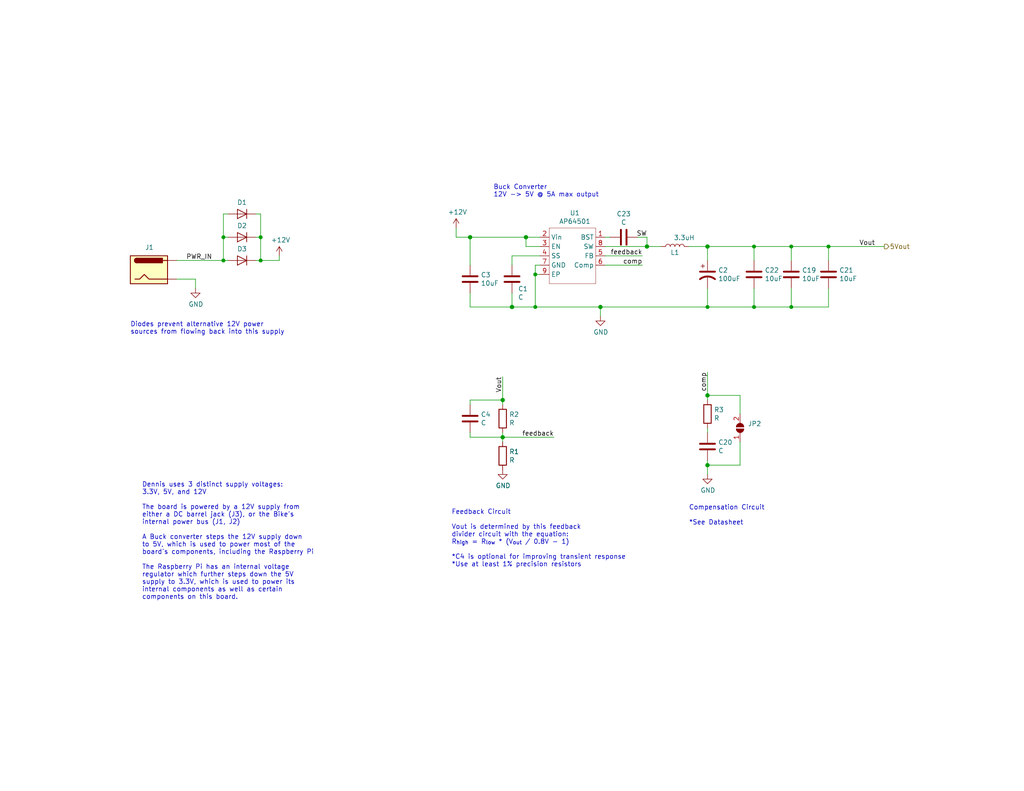
<source format=kicad_sch>
(kicad_sch (version 20210621) (generator eeschema)
  (paper "A")
  (title_block (title "Dennis") (date "2021-03-30") (rev "0.1.3") (company "eCafe Racer"))
  (lib_symbols
    (symbol "Device:C" (pin_numbers hide) (pin_names (offset 0.254))
      (property "Reference" "C" (at 0.635 2.54 0))
      (property "Value" "C" (at 0.635 -2.54 0))
      (symbol "C_0_1"
        (polyline (pts (xy -2.032 -0.762) (xy 2.032 -0.762)) (stroke (width 0.508)))
        (polyline (pts (xy -2.032 0.762) (xy 2.032 0.762)) (stroke (width 0.508)))
      )
      (symbol "C_1_1"
        (pin passive line (at 0 3.81 270) (length 2.794) (name "~") (number "1"))
        (pin passive line (at 0 -3.81 90) (length 2.794) (name "~") (number "2"))
      )
    )
    (symbol "Device:R" (pin_numbers hide) (pin_names (offset 0))
      (property "Reference" "R" (at 2.032 0 90))
      (property "Value" "R" (at 0 0 90))
      (symbol "R_0_1"
        (rectangle (start -1.016 -2.54) (end 1.016 2.54) (stroke (width 0.254)))
      )
      (symbol "R_1_1"
        (pin passive line (at 0 3.81 270) (length 1.27) (name "~") (number "1"))
        (pin passive line (at 0 -3.81 90) (length 1.27) (name "~") (number "2"))
      )
    )
    (symbol "Jumper:SolderJumper_2_Open" (pin_names (offset 0) hide)
      (property "Reference" "JP" (at 0 2.032 0))
      (property "Value" "SolderJumper_2_Open" (at 0 -2.54 0))
      (symbol "SolderJumper_2_Open_0_1"
        (arc (start -0.254 1.016) (end -0.254 -1.016) (radius (at -0.254 0) (length 1.016) (angles 90.1 -90.1)))
        (arc (start 0.254 -1.016) (end 0.254 1.016) (radius (at 0.254 0) (length 1.016) (angles -89.9 89.9)))
        (arc (start -0.254 1.016) (end -0.254 -1.016) (radius (at -0.254 0) (length 1.016) (angles 90.1 -90.1)) (fill (type outline)))
        (arc (start 0.254 -1.016) (end 0.254 1.016) (radius (at 0.254 0) (length 1.016) (angles -89.9 89.9)) (fill (type outline)))
        (polyline (pts (xy -0.254 1.016) (xy -0.254 -1.016)))
        (polyline (pts (xy 0.254 1.016) (xy 0.254 -1.016)))
      )
      (symbol "SolderJumper_2_Open_1_1"
        (pin passive line (at -3.81 0 0) (length 2.54) (name "A") (number "1"))
        (pin passive line (at 3.81 0 180) (length 2.54) (name "B") (number "2"))
      )
    )
    (symbol "power:+12V" (power) (pin_names (offset 0))
      (property "Value" "+12V" (at 0 3.556 0))
      (symbol "+12V_0_1"
        (polyline (pts (xy -0.762 1.27) (xy 0 2.54)))
        (polyline (pts (xy 0 0) (xy 0 2.54)))
        (polyline (pts (xy 0 2.54) (xy 0.762 1.27)))
      )
      (symbol "+12V_1_1"
        (pin power_in line (at 0 0 90) (length 0) hide (name "+12V") (number "1"))
      )
    )
    (symbol "power:GND" (power) (pin_names (offset 0))
      (property "Value" "GND" (at 0 -3.81 0))
      (symbol "GND_0_1"
        (polyline (pts (xy 0 0) (xy 0 -1.27) (xy 1.27 -1.27) (xy 0 -2.54) (xy -1.27 -1.27) (xy 0 -1.27)))
      )
      (symbol "GND_1_1"
        (pin power_in line (at 0 0 270) (length 0) hide (name "GND") (number "1"))
      )
    )
    (symbol "symbols:100uF" (pin_numbers hide) (pin_names (offset 0.254) hide)
      (property "Reference" "C" (at 0.635 2.54 0))
      (property "Value" "100uF" (at 0.635 -2.54 0))
      (symbol "100uF_0_1"
        (arc (start -2.032 -1.27) (end 2.032 -1.27) (radius (at 0 -3.81) (length 3.2512) (angles 128.7 51.3)) (stroke (width 0.508)))
        (polyline (pts (xy -2.032 0.762) (xy 2.032 0.762)) (stroke (width 0.508)))
        (polyline (pts (xy -1.778 2.286) (xy -0.762 2.286)))
        (polyline (pts (xy -1.27 1.778) (xy -1.27 2.794)))
      )
      (symbol "100uF_1_1"
        (pin passive line (at 0 3.81 270) (length 2.794) (name "~") (number "1"))
        (pin passive line (at 0 -3.81 90) (length 3.302) (name "~") (number "2"))
      )
    )
    (symbol "symbols:3.3uH" (pin_numbers hide) (pin_names (offset 1.016) hide)
      (property "Reference" "L" (at -1.27 0 0))
      (property "Value" "3.3uH" (at 5.08 0 0))
      (symbol "3.3uH_0_1"
        (arc (start 0 -2.54) (end 0 -1.27) (radius (at 0 -1.905) (length 0.635) (angles -89.9 89.9)))
        (arc (start 0 -1.27) (end 0 0) (radius (at 0 -0.635) (length 0.635) (angles -89.9 89.9)))
        (arc (start 0 0) (end 0 1.27) (radius (at 0 0.635) (length 0.635) (angles -89.9 89.9)))
        (arc (start 0 1.27) (end 0 2.54) (radius (at 0 1.905) (length 0.635) (angles -89.9 89.9)))
      )
      (symbol "3.3uH_1_1"
        (pin passive line (at 0 3.81 270) (length 1.27) (name "1") (number "1"))
        (pin passive line (at 0 -3.81 90) (length 1.27) (name "2") (number "2"))
      )
    )
    (symbol "symbols:AP64501"
      (property "Reference" "U" (at 2.54 13.97 0))
      (property "Value" "AP64501" (at -5.08 13.97 0))
      (symbol "AP64501_0_1"
        (rectangle (start -6.35 6.35) (end 6.35 -8.89) (stroke (width 0.0006)))
      )
      (symbol "AP64501_1_1"
        (pin passive line (at 8.89 3.81 180) (length 2.54) (name "BST") (number "1"))
        (pin power_in line (at -8.89 3.81 0) (length 2.54) (name "Vin") (number "2"))
        (pin input line (at -8.89 1.27 0) (length 2.54) (name "EN") (number "3"))
        (pin passive line (at -8.89 -1.27 0) (length 2.54) (name "SS") (number "4"))
        (pin passive line (at 8.89 -1.27 180) (length 2.54) (name "FB") (number "5"))
        (pin passive line (at 8.89 -3.81 180) (length 2.54) (name "Comp") (number "6"))
        (pin power_in line (at -8.89 -3.81 0) (length 2.54) (name "GND") (number "7"))
        (pin power_out line (at 8.89 1.27 180) (length 2.54) (name "SW") (number "8"))
        (pin passive line (at -8.89 -6.35 0) (length 2.54) (name "EP") (number "9"))
      )
    )
    (symbol "symbols:Barrel_Jack" (pin_numbers hide) (pin_names (offset 1.016) hide)
      (property "Reference" "J" (at 0 5.334 0))
      (property "Value" "Barrel_Jack" (at 0 -5.08 0))
      (symbol "Barrel_Jack_0_1"
        (arc (start -3.302 3.175) (end -3.302 1.905) (radius (at -3.302 2.54) (length 0.635) (angles 90.1 -90.1)) (stroke (width 0.254)))
        (arc (start -3.302 3.175) (end -3.302 1.905) (radius (at -3.302 2.54) (length 0.635) (angles 90.1 -90.1)) (stroke (width 0.254)) (fill (type outline)))
        (rectangle (start 3.683 3.175) (end -3.302 1.905) (stroke (width 0.254)) (fill (type outline)))
        (rectangle (start -5.08 3.81) (end 5.08 -3.81) (stroke (width 0.254)) (fill (type background)))
        (polyline (pts (xy 5.08 2.54) (xy 3.81 2.54)) (stroke (width 0.254)))
        (polyline (pts (xy -3.81 -2.54) (xy -2.54 -2.54) (xy -1.27 -1.27) (xy 0 -2.54) (xy 2.54 -2.54) (xy 5.08 -2.54)) (stroke (width 0.254)))
      )
      (symbol "Barrel_Jack_1_1"
        (pin passive line (at 7.62 2.54 180) (length 2.54) (name "~") (number "1"))
        (pin passive line (at 7.62 -2.54 180) (length 2.54) (name "~") (number "2"))
      )
    )
    (symbol "symbols:CAP-CERAMIC-10uF" (pin_numbers hide) (pin_names (offset 0.254))
      (property "Reference" "C" (at 0.635 2.54 0))
      (property "Value" "CAP-CERAMIC-10uF" (at 0.635 -2.54 0))
      (symbol "CAP-CERAMIC-10uF_0_1"
        (polyline (pts (xy -2.032 -0.762) (xy 2.032 -0.762)) (stroke (width 0.508)))
        (polyline (pts (xy -2.032 0.762) (xy 2.032 0.762)) (stroke (width 0.508)))
      )
      (symbol "CAP-CERAMIC-10uF_1_1"
        (pin passive line (at 0 3.81 270) (length 2.794) (name "~") (number "1"))
        (pin passive line (at 0 -3.81 90) (length 2.794) (name "~") (number "2"))
      )
    )
    (symbol "symbols:Diode" (pin_numbers hide) (pin_names (offset 0) hide)
      (property "Reference" "D" (at 0 3.81 0))
      (symbol "Diode_1_1"
        (polyline (pts (xy -1.27 1.27) (xy -1.27 -1.27)) (stroke (width 0.2032)))
        (polyline (pts (xy 1.27 0) (xy -1.27 0)))
        (polyline (pts (xy 1.27 1.27) (xy 1.27 -1.27) (xy -1.27 0) (xy 1.27 1.27)) (stroke (width 0.2032)))
        (pin passive line (at -3.81 0 0) (length 2.54) (name "K") (number "1"))
        (pin passive line (at 3.81 0 180) (length 2.54) (name "A") (number "2"))
      )
    )
  )
  (junction (at 60.96 64.77) (diameter 0.9144))
  (junction (at 60.96 71.12) (diameter 0.9144))
  (junction (at 71.12 64.77) (diameter 0.9144))
  (junction (at 71.12 71.12) (diameter 0.9144))
  (junction (at 128.27 64.77) (diameter 1.016))
  (junction (at 137.16 109.22) (diameter 1.016))
  (junction (at 137.16 119.38) (diameter 1.016))
  (junction (at 139.7 83.82) (diameter 1.016))
  (junction (at 143.51 64.77) (diameter 1.016))
  (junction (at 146.05 74.93) (diameter 0.9144))
  (junction (at 146.05 83.82) (diameter 0.9144))
  (junction (at 163.83 83.82) (diameter 1.016))
  (junction (at 176.53 67.31) (diameter 1.016))
  (junction (at 193.04 67.31) (diameter 1.016))
  (junction (at 193.04 83.82) (diameter 0.9144))
  (junction (at 193.04 107.95) (diameter 1.016))
  (junction (at 193.04 127) (diameter 1.016))
  (junction (at 205.74 67.31) (diameter 0.9144))
  (junction (at 205.74 83.82) (diameter 0.9144))
  (junction (at 215.9 67.31) (diameter 0.9144))
  (junction (at 215.9 83.82) (diameter 0.9144))
  (junction (at 226.06 67.31) (diameter 0.9144))
  (wire (pts (xy 48.26 71.12) (xy 60.96 71.12)))
  (wire (pts (xy 48.26 76.2) (xy 53.34 76.2)))
  (wire (pts (xy 53.34 76.2) (xy 53.34 78.74)))
  (wire (pts (xy 60.96 58.42) (xy 62.23 58.42)))
  (wire (pts (xy 60.96 64.77) (xy 60.96 58.42)))
  (wire (pts (xy 60.96 64.77) (xy 62.23 64.77)))
  (wire (pts (xy 60.96 71.12) (xy 60.96 64.77)))
  (wire (pts (xy 62.23 71.12) (xy 60.96 71.12)))
  (wire (pts (xy 69.85 58.42) (xy 71.12 58.42)))
  (wire (pts (xy 69.85 64.77) (xy 71.12 64.77)))
  (wire (pts (xy 69.85 71.12) (xy 71.12 71.12)))
  (wire (pts (xy 71.12 58.42) (xy 71.12 64.77)))
  (wire (pts (xy 71.12 64.77) (xy 71.12 71.12)))
  (wire (pts (xy 71.12 71.12) (xy 76.2 71.12)))
  (wire (pts (xy 76.2 69.85) (xy 76.2 71.12)))
  (wire (pts (xy 124.46 62.23) (xy 124.46 64.77)))
  (wire (pts (xy 124.46 64.77) (xy 128.27 64.77)))
  (wire (pts (xy 128.27 64.77) (xy 128.27 72.39)))
  (wire (pts (xy 128.27 64.77) (xy 143.51 64.77)))
  (wire (pts (xy 128.27 80.01) (xy 128.27 83.82)))
  (wire (pts (xy 128.27 83.82) (xy 139.7 83.82)))
  (wire (pts (xy 128.27 109.22) (xy 137.16 109.22)))
  (wire (pts (xy 128.27 110.49) (xy 128.27 109.22)))
  (wire (pts (xy 128.27 119.38) (xy 128.27 118.11)))
  (wire (pts (xy 137.16 102.87) (xy 137.16 109.22)))
  (wire (pts (xy 137.16 109.22) (xy 137.16 110.49)))
  (wire (pts (xy 137.16 118.11) (xy 137.16 119.38)))
  (wire (pts (xy 137.16 119.38) (xy 128.27 119.38)))
  (wire (pts (xy 137.16 119.38) (xy 137.16 120.65)))
  (wire (pts (xy 137.16 119.38) (xy 151.13 119.38)))
  (wire (pts (xy 139.7 69.85) (xy 139.7 72.39)))
  (wire (pts (xy 139.7 80.01) (xy 139.7 83.82)))
  (wire (pts (xy 139.7 83.82) (xy 146.05 83.82)))
  (wire (pts (xy 143.51 67.31) (xy 143.51 64.77)))
  (wire (pts (xy 146.05 72.39) (xy 147.32 72.39)))
  (wire (pts (xy 146.05 74.93) (xy 146.05 72.39)))
  (wire (pts (xy 146.05 74.93) (xy 146.05 83.82)))
  (wire (pts (xy 146.05 83.82) (xy 163.83 83.82)))
  (wire (pts (xy 147.32 64.77) (xy 143.51 64.77)))
  (wire (pts (xy 147.32 67.31) (xy 143.51 67.31)))
  (wire (pts (xy 147.32 69.85) (xy 139.7 69.85)))
  (wire (pts (xy 147.32 74.93) (xy 146.05 74.93)))
  (wire (pts (xy 163.83 83.82) (xy 163.83 86.36)))
  (wire (pts (xy 163.83 83.82) (xy 193.04 83.82)))
  (wire (pts (xy 165.1 64.77) (xy 166.37 64.77)))
  (wire (pts (xy 165.1 67.31) (xy 176.53 67.31)))
  (wire (pts (xy 165.1 69.85) (xy 175.26 69.85)))
  (wire (pts (xy 165.1 72.39) (xy 175.26 72.39)))
  (wire (pts (xy 176.53 64.77) (xy 173.99 64.77)))
  (wire (pts (xy 176.53 64.77) (xy 176.53 67.31)))
  (wire (pts (xy 176.53 67.31) (xy 180.34 67.31)))
  (wire (pts (xy 187.96 67.31) (xy 193.04 67.31)))
  (wire (pts (xy 193.04 67.31) (xy 205.74 67.31)))
  (wire (pts (xy 193.04 71.12) (xy 193.04 67.31)))
  (wire (pts (xy 193.04 83.82) (xy 193.04 78.74)))
  (wire (pts (xy 193.04 101.6) (xy 193.04 107.95)))
  (wire (pts (xy 193.04 107.95) (xy 193.04 109.22)))
  (wire (pts (xy 193.04 107.95) (xy 201.93 107.95)))
  (wire (pts (xy 193.04 116.84) (xy 193.04 118.11)))
  (wire (pts (xy 193.04 127) (xy 193.04 125.73)))
  (wire (pts (xy 193.04 127) (xy 193.04 129.54)))
  (wire (pts (xy 193.04 127) (xy 201.93 127)))
  (wire (pts (xy 201.93 107.95) (xy 201.93 113.03)))
  (wire (pts (xy 201.93 127) (xy 201.93 120.65)))
  (wire (pts (xy 205.74 67.31) (xy 205.74 71.12)))
  (wire (pts (xy 205.74 67.31) (xy 215.9 67.31)))
  (wire (pts (xy 205.74 78.74) (xy 205.74 83.82)))
  (wire (pts (xy 205.74 83.82) (xy 193.04 83.82)))
  (wire (pts (xy 215.9 67.31) (xy 215.9 71.12)))
  (wire (pts (xy 215.9 67.31) (xy 226.06 67.31)))
  (wire (pts (xy 215.9 78.74) (xy 215.9 83.82)))
  (wire (pts (xy 215.9 83.82) (xy 205.74 83.82)))
  (wire (pts (xy 226.06 67.31) (xy 226.06 71.12)))
  (wire (pts (xy 226.06 67.31) (xy 241.3 67.31)))
  (wire (pts (xy 226.06 78.74) (xy 226.06 83.82)))
  (wire (pts (xy 226.06 83.82) (xy 215.9 83.82)))
  (text "Diodes prevent alternative 12V power\nsources from flowing back into this supply" (at 35.56 91.44 0) (effects (font (size 1.27 1.27)) (justify left bottom)))
  (text "Dennis uses 3 distinct supply voltages:\n3.3V, 5V, and 12V\n\nThe board is powered by a 12V supply from\neither a DC barrel jack (J3), or the Bike's\ninternal power bus (J1, J2)\n\nA Buck converter steps the 12V supply down\nto 5V, which is used to power most of the\nboard's components, including the Raspberry Pi\n\nThe Raspberry Pi has an internal voltage\nregulator which further steps down the 5V\nsupply to 3.3V, which is used to power its\ninternal components as well as certain\ncomponents on this board. " (at 38.735 163.83 0) (effects (font (size 1.27 1.27)) (justify left bottom)))
  (text "Feedback Circuit\n\nVout is determined by this feedback\ndivider circuit with the equation:\nR_{high} = R_{low} * (V_{out} / 0.8V - 1)\n\n*C4 is optional for improving transient response\n*Use at least 1% precision resistors" (at 123.19 154.94 0) (effects (font (size 1.27 1.27)) (justify left bottom)))
  (text "Buck Converter \n12V -> 5V @ 5A max output" (at 134.62 53.975 0) (effects (font (size 1.27 1.27)) (justify left bottom)))
  (text "Compensation Circuit\n\n*See Datasheet" (at 187.96 143.51 0) (effects (font (size 1.27 1.27)) (justify left bottom)))
  (label "PWR_IN" (at 50.8 71.12 0))
  (label "Vout" (at 137.16 102.87 270))
  (label "feedback" (at 151.13 119.38 180))
  (label "feedback" (at 175.26 69.85 180))
  (label "comp" (at 175.26 72.39 180))
  (label "SW" (at 176.53 64.77 180))
  (label "comp" (at 193.04 101.6 270))
  (label "Vout" (at 238.76 67.31 180))
  (hierarchical_label "5Vout" (shape output) (at 241.3 67.31 0))
  (symbol (lib_id "power:+12V") (at 76.2 69.85 0) (unit 1)
    (property "Reference" "#PWR0102" (effects hide))
    (property "Value" "+12V" (at 76.5683 65.5256 0))
  )
  (symbol (lib_id "power:+12V") (at 124.46 62.23 0) (unit 1)
    (property "Reference" "#PWR0158" (effects hide))
    (property "Value" "+12V" (at 124.8283 57.9056 0))
  )
  (symbol (lib_id "power:GND") (at 53.34 78.74 0) (unit 1)
    (property "Reference" "#PWR0103" (effects hide))
    (property "Value" "GND" (at 53.4543 83.0644 0))
  )
  (symbol (lib_id "power:GND") (at 137.16 128.27 0) (unit 1)
    (property "Reference" "#PWR0155" (effects hide))
    (property "Value" "GND" (at 137.2743 132.5944 0))
  )
  (symbol (lib_id "power:GND") (at 163.83 86.36 0) (unit 1)
    (property "Reference" "#PWR0157" (effects hide))
    (property "Value" "GND" (at 163.9443 90.6844 0))
  )
  (symbol (lib_id "power:GND") (at 193.04 129.54 0) (unit 1)
    (property "Reference" "#PWR0156" (effects hide))
    (property "Value" "GND" (at 193.1543 133.8644 0))
  )
  (symbol (lib_id "symbols:3.3uH") (at 184.15 67.31 90) (unit 1)
    (property "Reference" "L1" (at 184.15 68.942 90))
    (property "Value" "3.3uH" (at 186.69 64.891 90))
    (property "Footprint" "Custom-Footprints:Bourns SRN6045Y Inductor" (effects hide))
    (property "Datasheet" "https://www.bourns.com/docs/Product-Datasheets/SRN6045TA.pdf" (effects hide))
    (property "Vendor" "Digikey" (effects hide))
    (property "Vendor Part" "SRN6045TA-3R3YCT-ND" (effects hide))
    (property "Manufacturer" "Bourns Inc." (effects hide))
    (property "Manufacturer Part" "SRN6045TA-3R3Y" (effects hide))
  )
  (symbol (lib_id "Jumper:SolderJumper_2_Open") (at 201.93 116.84 90) (unit 1)
    (property "Reference" "JP2" (at 204.0637 115.6906 90) (effects (justify right)))
    (property "Value" "SolderJumper_2_Open" (effects hide))
    (property "Footprint" "Jumper:SolderJumper-2_P1.3mm_Open_RoundedPad1.0x1.5mm" (effects hide))
  )
  (symbol (lib_id "Device:R") (at 137.16 114.3 0) (unit 1)
    (property "Reference" "R2" (at 138.9381 113.1506 0) (effects (justify left)))
    (property "Value" "R" (at 138.9381 115.4493 0) (effects (justify left)))
    (property "Footprint" "Resistor_SMD:R_0805_2012Metric" (effects hide))
  )
  (symbol (lib_id "Device:R") (at 137.16 124.46 0) (unit 1)
    (property "Reference" "R1" (at 138.9381 123.3106 0) (effects (justify left)))
    (property "Value" "R" (at 138.9381 125.6093 0) (effects (justify left)))
    (property "Footprint" "Resistor_SMD:R_0805_2012Metric" (effects hide))
  )
  (symbol (lib_id "Device:R") (at 193.04 113.03 0) (unit 1)
    (property "Reference" "R3" (at 194.8181 111.8806 0) (effects (justify left)))
    (property "Value" "R" (at 194.8181 114.1793 0) (effects (justify left)))
    (property "Footprint" "Resistor_SMD:R_0805_2012Metric" (effects hide))
  )
  (symbol (lib_id "symbols:Diode") (at 66.04 58.42 180) (unit 1)
    (property "Reference" "D1" (at 66.04 55.264 0))
    (property "Value" "Diode" (effects hide))
    (property "Footprint" "Diode_SMD:D_SOD-123F" (effects hide))
    (property "Datasheet" "https://www.onsemi.com/pub/Collateral/NHP220SF-D.PDF" (effects hide))
    (property "Manufacturer" "ON Semiconductor" (effects hide))
    (property "Manufacturer Part" "NHP220SFT3G" (effects hide))
    (property "Vendor" "Digikey" (effects hide))
    (property "Vendor Part" "NHP220SFT3GOSCT-ND" (effects hide))
  )
  (symbol (lib_id "symbols:Diode") (at 66.04 64.77 180) (unit 1)
    (property "Reference" "D2" (at 66.04 61.614 0))
    (property "Value" "Diode" (effects hide))
    (property "Footprint" "Diode_SMD:D_SOD-123F" (effects hide))
    (property "Datasheet" "https://www.onsemi.com/pub/Collateral/NHP220SF-D.PDF" (effects hide))
    (property "Manufacturer" "ON Semiconductor" (effects hide))
    (property "Manufacturer Part" "NHP220SFT3G" (effects hide))
    (property "Vendor" "Digikey" (effects hide))
    (property "Vendor Part" "NHP220SFT3GOSCT-ND" (effects hide))
  )
  (symbol (lib_id "symbols:Diode") (at 66.04 71.12 180) (unit 1)
    (property "Reference" "D3" (at 66.04 67.964 0))
    (property "Value" "Diode" (effects hide))
    (property "Footprint" "Diode_SMD:D_SOD-123F" (effects hide))
    (property "Datasheet" "https://www.onsemi.com/pub/Collateral/NHP220SF-D.PDF" (effects hide))
    (property "Manufacturer" "ON Semiconductor" (effects hide))
    (property "Manufacturer Part" "NHP220SFT3G" (effects hide))
    (property "Vendor" "Digikey" (effects hide))
    (property "Vendor Part" "NHP220SFT3GOSCT-ND" (effects hide))
  )
  (symbol (lib_id "symbols:CAP-CERAMIC-10uF") (at 128.27 76.2 0) (unit 1)
    (property "Reference" "C3" (at 131.1911 75.0506 0) (effects (justify left)))
    (property "Value" "10uF" (at 131.191 77.349 0) (effects (justify left)))
    (property "Footprint" "Capacitor_SMD:C_0805_2012Metric" (effects hide))
    (property "Datasheet" "https://product.tdk.com/info/en/catalog/datasheets/mlcc_commercial_general_en.pdf" (effects hide))
    (property "Vendor" "Digikey" (effects hide))
    (property "Vendor Part" "445-7644-1-ND" (effects hide))
    (property "Manufacturer" "TDK Corporation" (effects hide))
    (property "Manufacturer Part" "C2012X5R1C106K085AC" (effects hide))
    (property "Voltage Rating" "16V" (effects hide))
    (property "Capacitance" "10uF" (effects hide))
    (property "Tolerance" "20%" (effects hide))
  )
  (symbol (lib_id "Device:C") (at 128.27 114.3 0) (unit 1)
    (property "Reference" "C4" (at 131.1911 113.1506 0) (effects (justify left)))
    (property "Value" "C" (at 131.1911 115.4493 0) (effects (justify left)))
    (property "Footprint" "Capacitor_SMD:C_0805_2012Metric" (effects hide))
  )
  (symbol (lib_id "Device:C") (at 139.7 76.2 0) (unit 1)
    (property "Reference" "C1" (at 141.3511 78.8606 0) (effects (justify left)))
    (property "Value" "C" (at 141.351 81.159 0) (effects (justify left)))
    (property "Footprint" "Capacitor_SMD:C_0805_2012Metric" (effects hide))
  )
  (symbol (lib_id "Device:C") (at 170.18 64.77 90) (unit 1)
    (property "Reference" "C23" (at 170.18 58.4008 90))
    (property "Value" "C" (at 170.18 60.6995 90))
    (property "Footprint" "Capacitor_SMD:C_0805_2012Metric" (effects hide))
  )
  (symbol (lib_id "symbols:100uF") (at 193.04 74.93 0) (unit 1)
    (property "Reference" "C2" (at 195.9611 73.7806 0) (effects (justify left)))
    (property "Value" "100uF" (at 195.9611 76.0793 0) (effects (justify left)))
    (property "Footprint" "Capacitor_SMD:CP_Elec_6.3x5.9" (effects hide))
    (property "Datasheet" "https://content.kemet.com/datasheets/KEM_A4088_A768.pdf" (effects hide))
    (property "Vendor" "Digikey" (effects hide))
    (property "Vendor Part" "399-A768EB107M1ELAS036CT-ND" (effects hide))
    (property "Manufacuturer" "KEMET" (effects hide))
    (property "Manufacturer Part" "A768EB107M1ELAS036" (effects hide))
    (property "Voltage" "25V" (effects hide))
  )
  (symbol (lib_id "Device:C") (at 193.04 121.92 0) (unit 1)
    (property "Reference" "C20" (at 195.9611 120.7706 0) (effects (justify left)))
    (property "Value" "C" (at 195.9611 123.0693 0) (effects (justify left)))
    (property "Footprint" "Capacitor_SMD:C_0805_2012Metric" (effects hide))
  )
  (symbol (lib_id "symbols:CAP-CERAMIC-10uF") (at 205.74 74.93 0) (unit 1)
    (property "Reference" "C22" (at 208.6611 73.7806 0) (effects (justify left)))
    (property "Value" "10uF" (at 208.661 76.079 0) (effects (justify left)))
    (property "Footprint" "Capacitor_SMD:C_0805_2012Metric" (effects hide))
    (property "Datasheet" "https://product.tdk.com/info/en/catalog/datasheets/mlcc_commercial_general_en.pdf" (effects hide))
    (property "Vendor" "Digikey" (effects hide))
    (property "Vendor Part" "445-7644-1-ND" (effects hide))
    (property "Manufacturer" "TDK Corporation" (effects hide))
    (property "Manufacturer Part" "C2012X5R1C106K085AC" (effects hide))
    (property "Voltage Rating" "16V" (effects hide))
    (property "Capacitance" "10uF" (effects hide))
    (property "Tolerance" "20%" (effects hide))
  )
  (symbol (lib_id "symbols:CAP-CERAMIC-10uF") (at 215.9 74.93 0) (unit 1)
    (property "Reference" "C19" (at 218.8211 73.7806 0) (effects (justify left)))
    (property "Value" "10uF" (at 218.821 76.079 0) (effects (justify left)))
    (property "Footprint" "Capacitor_SMD:C_0805_2012Metric" (effects hide))
    (property "Datasheet" "https://product.tdk.com/info/en/catalog/datasheets/mlcc_commercial_general_en.pdf" (effects hide))
    (property "Vendor" "Digikey" (effects hide))
    (property "Vendor Part" "445-7644-1-ND" (effects hide))
    (property "Manufacturer" "TDK Corporation" (effects hide))
    (property "Manufacturer Part" "C2012X5R1C106K085AC" (effects hide))
    (property "Voltage Rating" "16V" (effects hide))
    (property "Capacitance" "10uF" (effects hide))
    (property "Tolerance" "20%" (effects hide))
  )
  (symbol (lib_id "symbols:CAP-CERAMIC-10uF") (at 226.06 74.93 0) (unit 1)
    (property "Reference" "C21" (at 228.9811 73.7806 0) (effects (justify left)))
    (property "Value" "10uF" (at 228.981 76.079 0) (effects (justify left)))
    (property "Footprint" "Capacitor_SMD:C_0805_2012Metric" (effects hide))
    (property "Datasheet" "https://product.tdk.com/info/en/catalog/datasheets/mlcc_commercial_general_en.pdf" (effects hide))
    (property "Vendor" "Digikey" (effects hide))
    (property "Vendor Part" "445-7644-1-ND" (effects hide))
    (property "Manufacturer" "TDK Corporation" (effects hide))
    (property "Manufacturer Part" "C2012X5R1C106K085AC" (effects hide))
    (property "Voltage Rating" "16V" (effects hide))
    (property "Capacitance" "10uF" (effects hide))
    (property "Tolerance" "20%" (effects hide))
  )
  (symbol (lib_id "symbols:Barrel_Jack") (at 40.64 73.66 0) (unit 1)
    (property "Reference" "J1" (at 40.767 67.545 0))
    (property "Value" "Barrel_Jack" (effects hide))
    (property "Footprint" "Connector_BarrelJack:BarrelJack_Horizontal" (effects hide))
    (property "Datasheet" "https://us.schurter.com/bundles/snceschurter/epim/_ProdPool_/newDS/en/typ_4840.2201.pdf" (effects hide))
    (property "Vendor" "Digikey" (effects hide))
    (property "Vendor Part" "486-3381-ND" (effects hide))
    (property "Manufacturer" "Schurter Inc." (effects hide))
    (property "Manufacuturer Part" "4840.2201" (effects hide))
  )
  (symbol (lib_id "symbols:AP64501") (at 156.21 68.58 0) (unit 1)
    (property "Reference" "U1" (at 156.845 58.1465 0))
    (property "Value" "AP64501" (at 156.845 60.4452 0))
    (property "Footprint" "Package_SO:SOIC-8-1EP_3.9x4.9mm_P1.27mm_EP2.514x3.2mm" (effects hide))
    (property "Datasheet" "https://www.diodes.com/assets/Datasheets/AP64501.pdf" (effects hide))
    (property "Vendor" "Digikey" (effects hide))
    (property "Vendor Part" "31-AP64501SP-13CT-ND" (effects hide))
    (property "Manufacturer" "Diodes Incorporated" (effects hide))
    (property "Manufacturer Part" "AP64501SP-13" (effects hide))
  )
)
</source>
